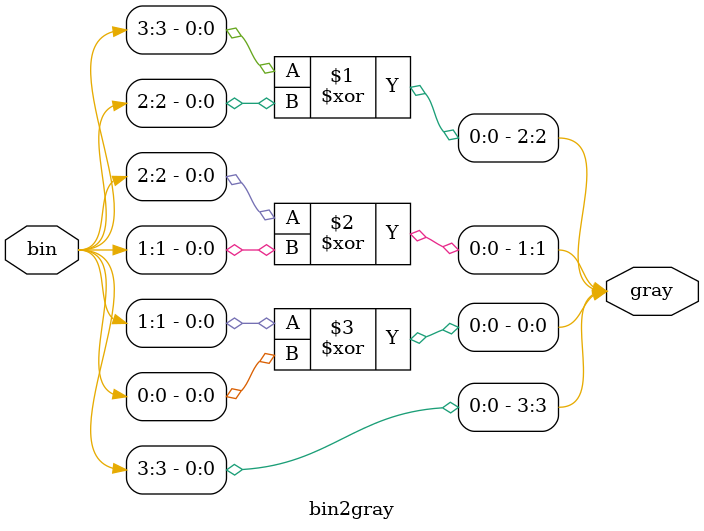
<source format=v>
module bin2gray #(parameter WIDTH = 4) (input[WIDTH-1:0] bin, output[WIDTH-1:0] gray);
    genvar i;
    generate
        assign gray[WIDTH-1] = bin[WIDTH-1];
        for(i = WIDTH-2; i >= 0; i = i - 1) begin
            assign gray[i] = bin[i+1] ^ bin[i];
        end
    endgenerate
endmodule
</source>
